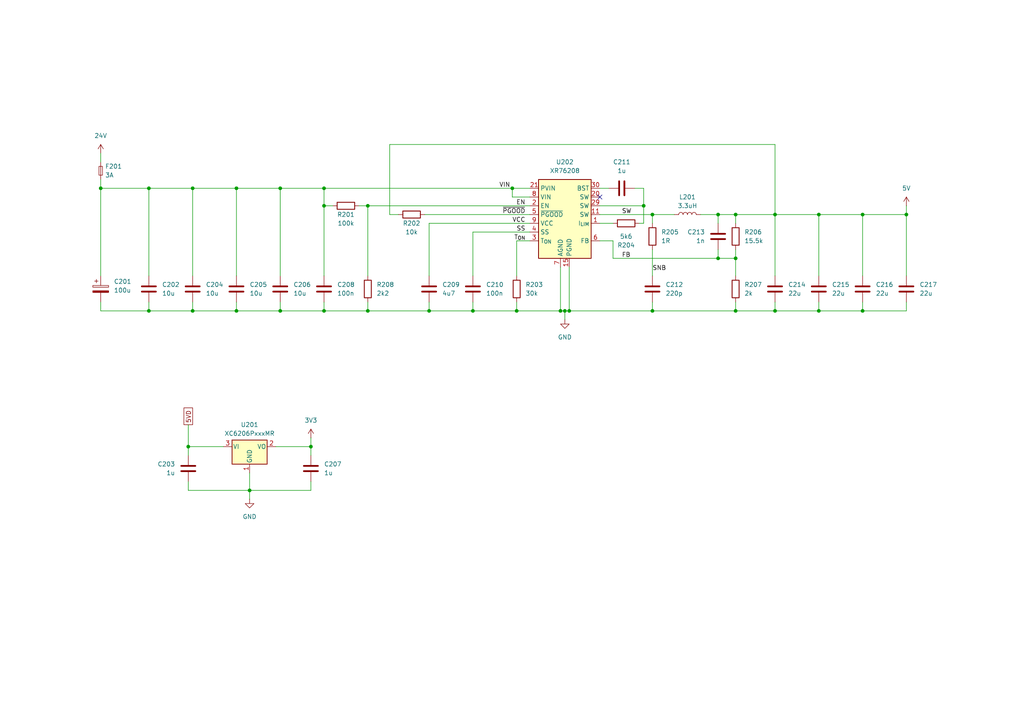
<source format=kicad_sch>
(kicad_sch (version 20250114) (generator "eeschema") (generator_version "9.0")
  (paper "A4")
  (lib_symbols
    (symbol "Device:C" (pin_numbers (hide yes)) (pin_names (offset 0.254))
      (property "Reference" "C" (at 0.635 2.54 0))
      (property "Value" "C" (at 0.635 -2.54 0))
      (symbol "C_0_1"
        (polyline (pts (xy -2.032 0.762) (xy 2.032 0.762)) (stroke (width 0.508)))
        (polyline (pts (xy -2.032 -0.762) (xy 2.032 -0.762)) (stroke (width 0.508)))
      )
      (symbol "C_1_1"
        (pin passive line (at 0 3.81 270) (length 2.794) (name "~") (number "1"))
        (pin passive line (at 0 -3.81 90) (length 2.794) (name "~") (number "2"))
      )
    )
    (symbol "Device:C_Polarized" (pin_numbers (hide yes)) (pin_names (offset 0.254))
      (property "Reference" "C" (at 0.635 2.54 0))
      (property "Value" "C_Polarized" (at 0.635 -2.54 0))
      (symbol "C_Polarized_0_1"
        (rectangle (start -2.286 0.508) (end 2.286 1.016))
        (polyline (pts (xy -1.778 2.286) (xy -0.762 2.286)))
        (polyline (pts (xy -1.27 2.794) (xy -1.27 1.778)))
        (rectangle (start 2.286 -0.508) (end -2.286 -1.016) (fill (type outline)))
      )
      (symbol "C_Polarized_1_1"
        (pin passive line (at 0 3.81 270) (length 2.794) (name "~") (number "1"))
        (pin passive line (at 0 -3.81 90) (length 2.794) (name "~") (number "2"))
      )
    )
    (symbol "Device:Fuse_Small" (pin_numbers (hide yes)) (pin_names (offset 0.254) (hide yes))
      (property "Reference" "F" (at 0 -1.524 0))
      (property "Value" "Fuse_Small" (at 0 1.524 0))
      (symbol "Fuse_Small_0_1"
        (rectangle (start -1.27 0.508) (end 1.27 -0.508))
        (polyline (pts (xy -1.27 0) (xy 1.27 0)))
      )
      (symbol "Fuse_Small_1_1"
        (pin passive line (at -2.54 0 0) (length 1.27) (name "~") (number "1"))
        (pin passive line (at 2.54 0 180) (length 1.27) (name "~") (number "2"))
      )
    )
    (symbol "Device:L" (pin_numbers (hide yes)) (pin_names (offset 1.016) (hide yes))
      (property "Reference" "L" (at -1.27 0 90))
      (property "Value" "L" (at 1.905 0 90))
      (symbol "L_0_1"
        (arc (start 0 2.54) (mid 0.6323 1.905) (end 0 1.27))
        (arc (start 0 1.27) (mid 0.6323 0.635) (end 0 0))
        (arc (start 0 0) (mid 0.6323 -0.635) (end 0 -1.27))
        (arc (start 0 -1.27) (mid 0.6323 -1.905) (end 0 -2.54))
      )
      (symbol "L_1_1"
        (pin passive line (at 0 3.81 270) (length 1.27) (name "1") (number "1"))
        (pin passive line (at 0 -3.81 90) (length 1.27) (name "2") (number "2"))
      )
    )
    (symbol "Device:R" (pin_numbers (hide yes)) (pin_names (offset 0))
      (property "Reference" "R" (at 2.032 0 90))
      (property "Value" "R" (at 0 0 90))
      (symbol "R_0_1"
        (rectangle (start -1.016 -2.54) (end 1.016 2.54) (stroke (width 0.254)))
      )
      (symbol "R_1_1"
        (pin passive line (at 0 3.81 270) (length 1.27) (name "~") (number "1"))
        (pin passive line (at 0 -3.81 90) (length 1.27) (name "~") (number "2"))
      )
    )
    (symbol "Regulator_Linear:XC6206PxxxMR" (pin_names (offset 0.254))
      (property "Reference" "U" (at -3.81 3.175 0))
      (property "Value" "XC6206PxxxMR" (at 0 3.175 0))
      (symbol "XC6206PxxxMR_0_1"
        (rectangle (start -5.08 1.905) (end 5.08 -5.08) (stroke (width 0.254)) (fill (type background)))
      )
      (symbol "XC6206PxxxMR_1_1"
        (pin power_in line (at -7.62 0 0) (length 2.54) (name "VI") (number "3"))
        (pin power_in line (at 0 -7.62 90) (length 2.54) (name "GND") (number "1"))
        (pin power_out line (at 7.62 0 180) (length 2.54) (name "VO") (number "2"))
      )
    )
    (symbol "power:+24V" (power) (pin_numbers (hide yes)) (pin_names (offset 0) (hide yes))
      (property "Value" "+24V" (at 0 3.556 0))
      (symbol "+24V_0_1"
        (polyline (pts (xy -0.762 1.27) (xy 0 2.54)))
        (polyline (pts (xy 0 2.54) (xy 0.762 1.27)))
        (polyline (pts (xy 0 0) (xy 0 2.54)))
      )
      (symbol "+24V_1_1"
        (pin power_in line (at 0 0 90) (length 0) (name "~") (number "1"))
      )
    )
    (symbol "power:+3.3V" (power) (pin_numbers (hide yes)) (pin_names (offset 0) (hide yes))
      (property "Value" "+3.3V" (at 0 3.556 0))
      (symbol "+3.3V_0_1"
        (polyline (pts (xy -0.762 1.27) (xy 0 2.54)))
        (polyline (pts (xy 0 2.54) (xy 0.762 1.27)))
        (polyline (pts (xy 0 0) (xy 0 2.54)))
      )
      (symbol "+3.3V_1_1"
        (pin power_in line (at 0 0 90) (length 0) (name "~") (number "1"))
      )
    )
    (symbol "power:GND" (power) (pin_numbers (hide yes)) (pin_names (offset 0) (hide yes))
      (property "Value" "GND" (at 0 -3.81 0))
      (symbol "GND_0_1"
        (polyline (pts (xy 0 0) (xy 0 -1.27) (xy 1.27 -1.27) (xy 0 -2.54) (xy -1.27 -1.27) (xy 0 -1.27)))
      )
      (symbol "GND_1_1"
        (pin power_in line (at 0 0 270) (length 0) (name "~") (number "1"))
      )
    )
    (symbol "project:XR76208"
      (property "Reference" "U" (at 0 15.24 0))
      (property "Value" "XR76208" (at 0 12.7 0))
      (symbol "XR76208_1_1"
        (rectangle (start -7.62 11.43) (end 7.62 -11.43) (stroke (width 0.254)) (fill (type background)))
        (pin power_in line (at -10.16 8.89 0) (length 2.54) (name "PVIN") (number "21"))
        (pin passive line (at -10.16 8.89 0) (length 2.54) (hide yes) (name "PVIN") (number "22"))
        (pin passive line (at -10.16 8.89 0) (length 2.54) (hide yes) (name "PVIN") (number "23"))
        (pin passive line (at -10.16 8.89 0) (length 2.54) (hide yes) (name "PVIN") (number "24"))
        (pin passive line (at -10.16 8.89 0) (length 2.54) (hide yes) (name "PVIN") (number "25"))
        (pin passive line (at -10.16 8.89 0) (length 2.54) (hide yes) (name "PVIN") (number "26"))
        (pin passive line (at -10.16 8.89 0) (length 2.54) (hide yes) (name "PVIN") (number "27"))
        (pin passive line (at -10.16 8.89 0) (length 2.54) (hide yes) (name "PVIN") (number "28"))
        (pin power_in line (at -10.16 6.35 0) (length 2.54) (name "VIN") (number "8"))
        (pin passive line (at -10.16 3.81 0) (length 2.54) (name "EN") (number "2"))
        (pin passive line (at -10.16 1.27 0) (length 2.54) (name "~{PGOOD}") (number "5"))
        (pin passive line (at -10.16 -1.27 0) (length 2.54) (name "VCC") (number "9"))
        (pin passive line (at -10.16 -3.81 0) (length 2.54) (name "SS") (number "4"))
        (pin passive line (at -10.16 -6.35 0) (length 2.54) (name "T_{ON}") (number "3"))
        (pin passive line (at -1.27 -13.97 90) (length 2.54) (hide yes) (name "AGND") (number "10"))
        (pin passive line (at -1.27 -13.97 90) (length 2.54) (hide yes) (name "AGND") (number "31"))
        (pin passive line (at -1.27 -13.97 90) (length 2.54) (name "AGND") (number "7"))
        (pin passive line (at 1.27 -13.97 90) (length 2.54) (name "PGND") (number "15"))
        (pin passive line (at 1.27 -13.97 90) (length 2.54) (hide yes) (name "PGND") (number "16"))
        (pin passive line (at 1.27 -13.97 90) (length 2.54) (hide yes) (name "PGND") (number "17"))
        (pin passive line (at 1.27 -13.97 90) (length 2.54) (hide yes) (name "PGND") (number "18"))
        (pin passive line (at 1.27 -13.97 90) (length 2.54) (hide yes) (name "PGND") (number "19"))
        (pin passive line (at 10.16 8.89 180) (length 2.54) (name "BST") (number "30"))
        (pin passive line (at 10.16 6.35 180) (length 2.54) (name "SW") (number "20"))
        (pin power_out line (at 10.16 3.81 180) (length 2.54) (name "SW") (number "29"))
        (pin passive line (at 10.16 1.27 180) (length 2.54) (name "SW") (number "11"))
        (pin passive line (at 10.16 1.27 180) (length 2.54) (hide yes) (name "SW") (number "12"))
        (pin passive line (at 10.16 1.27 180) (length 2.54) (hide yes) (name "SW") (number "13"))
        (pin passive line (at 10.16 1.27 180) (length 2.54) (hide yes) (name "SW") (number "14"))
        (pin passive line (at 10.16 -1.27 180) (length 2.54) (name "I_{LIM}") (number "1"))
        (pin passive line (at 10.16 -6.35 180) (length 2.54) (name "FB") (number "6"))
      )
    )
  )
  (junction (at 106.68 59.69))
  (junction (at 54.61 129.54))
  (junction (at 68.58 54.61))
  (junction (at 90.17 129.54))
  (junction (at 68.58 90.17))
  (junction (at 137.16 90.17))
  (junction (at 250.19 62.23))
  (junction (at 55.88 54.61))
  (junction (at 262.89 62.23))
  (junction (at 55.88 90.17))
  (junction (at 149.86 90.17))
  (junction (at 237.49 90.17))
  (junction (at 124.46 90.17))
  (junction (at 224.79 90.17))
  (junction (at 43.18 54.61))
  (junction (at 224.79 62.23))
  (junction (at 186.69 59.69))
  (junction (at 93.98 54.61))
  (junction (at 81.28 90.17))
  (junction (at 81.28 54.61))
  (junction (at 213.36 74.93))
  (junction (at 93.98 90.17))
  (junction (at 237.49 62.23))
  (junction (at 43.18 90.17))
  (junction (at 106.68 90.17))
  (junction (at 29.21 54.61))
  (junction (at 148.59 54.61))
  (junction (at 72.39 142.24))
  (junction (at 162.56 90.17))
  (junction (at 250.19 90.17))
  (junction (at 93.98 59.69))
  (junction (at 163.83 90.17))
  (junction (at 189.23 90.17))
  (junction (at 165.1 90.17))
  (junction (at 208.28 74.93))
  (junction (at 213.36 90.17))
  (junction (at 208.28 62.23))
  (junction (at 213.36 62.23))
  (junction (at 189.23 62.23))
  (no_connect (at 173.99 57.15))
  (wire (pts (xy 29.21 90.17) (xy 43.18 90.17)))
  (wire (pts (xy 137.16 67.31) (xy 153.67 67.31)))
  (wire (pts (xy 250.19 62.23) (xy 237.49 62.23)))
  (wire (pts (xy 80.01 129.54) (xy 90.17 129.54)))
  (wire (pts (xy 189.23 90.17) (xy 213.36 90.17)))
  (wire (pts (xy 106.68 87.63) (xy 106.68 90.17)))
  (wire (pts (xy 208.28 62.23) (xy 213.36 62.23)))
  (wire (pts (xy 123.19 62.23) (xy 153.67 62.23)))
  (wire (pts (xy 224.79 90.17) (xy 237.49 90.17)))
  (wire (pts (xy 72.39 142.24) (xy 90.17 142.24)))
  (wire (pts (xy 54.61 123.19) (xy 54.61 129.54)))
  (wire (pts (xy 68.58 54.61) (xy 68.58 80.01)))
  (wire (pts (xy 163.83 90.17) (xy 165.1 90.17)))
  (wire (pts (xy 189.23 72.39) (xy 189.23 80.01)))
  (wire (pts (xy 203.2 62.23) (xy 208.28 62.23)))
  (wire (pts (xy 104.14 59.69) (xy 106.68 59.69)))
  (wire (pts (xy 208.28 74.93) (xy 213.36 74.93)))
  (wire (pts (xy 29.21 54.61) (xy 43.18 54.61)))
  (wire (pts (xy 162.56 77.47) (xy 162.56 90.17)))
  (wire (pts (xy 43.18 54.61) (xy 43.18 80.01)))
  (wire (pts (xy 54.61 139.7) (xy 54.61 142.24)))
  (wire (pts (xy 189.23 87.63) (xy 189.23 90.17)))
  (wire (pts (xy 262.89 59.69) (xy 262.89 62.23)))
  (wire (pts (xy 173.99 62.23) (xy 189.23 62.23)))
  (wire (pts (xy 55.88 80.01) (xy 55.88 54.61)))
  (wire (pts (xy 29.21 44.45) (xy 29.21 46.99)))
  (wire (pts (xy 72.39 142.24) (xy 72.39 144.78)))
  (wire (pts (xy 68.58 87.63) (xy 68.58 90.17)))
  (wire (pts (xy 189.23 62.23) (xy 189.23 64.77)))
  (wire (pts (xy 93.98 90.17) (xy 106.68 90.17)))
  (wire (pts (xy 250.19 87.63) (xy 250.19 90.17)))
  (wire (pts (xy 43.18 90.17) (xy 55.88 90.17)))
  (wire (pts (xy 237.49 87.63) (xy 237.49 90.17)))
  (wire (pts (xy 149.86 69.85) (xy 149.86 80.01)))
  (wire (pts (xy 262.89 62.23) (xy 250.19 62.23)))
  (wire (pts (xy 43.18 87.63) (xy 43.18 90.17)))
  (wire (pts (xy 124.46 87.63) (xy 124.46 90.17)))
  (wire (pts (xy 250.19 80.01) (xy 250.19 62.23)))
  (wire (pts (xy 29.21 87.63) (xy 29.21 90.17)))
  (wire (pts (xy 262.89 87.63) (xy 262.89 90.17)))
  (wire (pts (xy 213.36 90.17) (xy 224.79 90.17)))
  (wire (pts (xy 149.86 69.85) (xy 153.67 69.85)))
  (wire (pts (xy 55.88 87.63) (xy 55.88 90.17)))
  (wire (pts (xy 90.17 127) (xy 90.17 129.54)))
  (wire (pts (xy 237.49 62.23) (xy 224.79 62.23)))
  (wire (pts (xy 165.1 77.47) (xy 165.1 90.17)))
  (wire (pts (xy 186.69 54.61) (xy 186.69 59.69)))
  (wire (pts (xy 208.28 62.23) (xy 208.28 64.77)))
  (wire (pts (xy 29.21 52.07) (xy 29.21 54.61)))
  (wire (pts (xy 148.59 57.15) (xy 153.67 57.15)))
  (wire (pts (xy 93.98 54.61) (xy 93.98 59.69)))
  (wire (pts (xy 208.28 72.39) (xy 208.28 74.93)))
  (wire (pts (xy 262.89 90.17) (xy 250.19 90.17)))
  (wire (pts (xy 93.98 87.63) (xy 93.98 90.17)))
  (wire (pts (xy 68.58 54.61) (xy 81.28 54.61)))
  (wire (pts (xy 54.61 142.24) (xy 72.39 142.24)))
  (wire (pts (xy 177.8 74.93) (xy 177.8 69.85)))
  (wire (pts (xy 81.28 54.61) (xy 81.28 80.01)))
  (wire (pts (xy 184.15 54.61) (xy 186.69 54.61)))
  (wire (pts (xy 177.8 74.93) (xy 208.28 74.93)))
  (wire (pts (xy 213.36 62.23) (xy 224.79 62.23)))
  (wire (pts (xy 224.79 62.23) (xy 224.79 80.01)))
  (wire (pts (xy 124.46 64.77) (xy 153.67 64.77)))
  (wire (pts (xy 54.61 129.54) (xy 54.61 132.08)))
  (wire (pts (xy 29.21 80.01) (xy 29.21 54.61)))
  (wire (pts (xy 137.16 90.17) (xy 149.86 90.17)))
  (wire (pts (xy 237.49 80.01) (xy 237.49 62.23)))
  (wire (pts (xy 81.28 54.61) (xy 93.98 54.61)))
  (wire (pts (xy 124.46 90.17) (xy 137.16 90.17)))
  (wire (pts (xy 213.36 62.23) (xy 213.36 64.77)))
  (wire (pts (xy 43.18 54.61) (xy 55.88 54.61)))
  (wire (pts (xy 124.46 80.01) (xy 124.46 64.77)))
  (wire (pts (xy 137.16 87.63) (xy 137.16 90.17)))
  (wire (pts (xy 93.98 80.01) (xy 93.98 59.69)))
  (wire (pts (xy 148.59 57.15) (xy 148.59 54.61)))
  (wire (pts (xy 237.49 90.17) (xy 250.19 90.17)))
  (wire (pts (xy 81.28 87.63) (xy 81.28 90.17)))
  (wire (pts (xy 113.03 62.23) (xy 113.03 41.91)))
  (wire (pts (xy 90.17 142.24) (xy 90.17 139.7)))
  (wire (pts (xy 93.98 54.61) (xy 148.59 54.61)))
  (wire (pts (xy 113.03 41.91) (xy 224.79 41.91)))
  (wire (pts (xy 262.89 80.01) (xy 262.89 62.23)))
  (wire (pts (xy 162.56 90.17) (xy 163.83 90.17)))
  (wire (pts (xy 106.68 90.17) (xy 124.46 90.17)))
  (wire (pts (xy 96.52 59.69) (xy 93.98 59.69)))
  (wire (pts (xy 224.79 41.91) (xy 224.79 62.23)))
  (wire (pts (xy 177.8 69.85) (xy 173.99 69.85)))
  (wire (pts (xy 55.88 54.61) (xy 68.58 54.61)))
  (wire (pts (xy 213.36 87.63) (xy 213.36 90.17)))
  (wire (pts (xy 189.23 62.23) (xy 195.58 62.23)))
  (wire (pts (xy 55.88 90.17) (xy 68.58 90.17)))
  (wire (pts (xy 173.99 59.69) (xy 186.69 59.69)))
  (wire (pts (xy 81.28 90.17) (xy 93.98 90.17)))
  (wire (pts (xy 54.61 129.54) (xy 64.77 129.54)))
  (wire (pts (xy 213.36 74.93) (xy 213.36 80.01)))
  (wire (pts (xy 149.86 90.17) (xy 162.56 90.17)))
  (wire (pts (xy 185.42 64.77) (xy 186.69 64.77)))
  (wire (pts (xy 68.58 90.17) (xy 81.28 90.17)))
  (wire (pts (xy 115.57 62.23) (xy 113.03 62.23)))
  (wire (pts (xy 163.83 90.17) (xy 163.83 92.71)))
  (wire (pts (xy 137.16 80.01) (xy 137.16 67.31)))
  (wire (pts (xy 106.68 59.69) (xy 106.68 80.01)))
  (wire (pts (xy 224.79 90.17) (xy 224.79 87.63)))
  (wire (pts (xy 148.59 54.61) (xy 153.67 54.61)))
  (wire (pts (xy 165.1 90.17) (xy 189.23 90.17)))
  (wire (pts (xy 173.99 64.77) (xy 177.8 64.77)))
  (wire (pts (xy 213.36 72.39) (xy 213.36 74.93)))
  (wire (pts (xy 149.86 87.63) (xy 149.86 90.17)))
  (wire (pts (xy 90.17 132.08) (xy 90.17 129.54)))
  (wire (pts (xy 173.99 54.61) (xy 176.53 54.61)))
  (wire (pts (xy 186.69 64.77) (xy 186.69 59.69)))
  (wire (pts (xy 106.68 59.69) (xy 153.67 59.69)))
  (wire (pts (xy 72.39 137.16) (xy 72.39 142.24)))
  (label "FB" (at 180.34 74.93 0))
  (label "~{PGOOD}" (at 152.4 62.23 180))
  (label "SW" (at 180.34 62.23 0))
  (label "VCC" (at 152.4 64.77 180))
  (label "VIN" (at 144.78 54.61 0))
  (label "EN" (at 152.4 59.69 180))
  (label "SS" (at 152.4 67.31 180))
  (label "T_{ON}" (at 152.4 69.85 180))
  (label "SNB" (at 189.23 78.74 0))
  (global_label "5VD" (shape passive) (at 54.61 123.19 90) (property "Intersheetrefs" "${INTERSHEET_REFS}" (effects (hide yes))))
  (symbol (lib_id "Device:C") (at 68.58 83.82 0) (unit 1)
    (property "Reference" "C205" (at 72.39 82.5499 0) (effects (justify left)))
    (property "Value" "10u" (at 72.39 85.0899 0) (effects (justify left)))
    (property "Footprint" "Capacitor_SMD:C_1206_3216Metric" (effects (hide yes)))
    (property "Description" "Unpolarized capacitor" (effects (hide yes)))
    (property "Manufacturer Part #" "CL31A106KBHNNNE" (effects (hide yes)))
    (property "LCSC Part #" "C13585" (effects (hide yes)))
  )
  (symbol (lib_id "Device:R") (at 213.36 68.58 0) (unit 1)
    (property "Reference" "R206" (at 215.9 67.3099 0) (effects (justify left)))
    (property "Value" "15.5k" (at 215.9 69.8499 0) (effects (justify left)))
    (property "Footprint" "Resistor_SMD:R_0402_1005Metric" (effects (hide yes)))
    (property "Description" "Resistor" (effects (hide yes)))
  )
  (symbol (lib_id "Device:R") (at 106.68 83.82 0) (unit 1)
    (property "Reference" "R208" (at 109.22 82.5499 0) (effects (justify left)))
    (property "Value" "2k2" (at 109.22 85.0899 0) (effects (justify left)))
    (property "Footprint" "Resistor_SMD:R_0402_1005Metric" (effects (hide yes)))
    (property "Description" "Resistor" (effects (hide yes)))
  )
  (symbol (lib_id "Device:C") (at 55.88 83.82 0) (unit 1)
    (property "Reference" "C204" (at 59.69 82.5499 0) (effects (justify left)))
    (property "Value" "10u" (at 59.69 85.0899 0) (effects (justify left)))
    (property "Footprint" "Capacitor_SMD:C_1206_3216Metric" (effects (hide yes)))
    (property "Description" "Unpolarized capacitor" (effects (hide yes)))
    (property "Manufacturer Part #" "CL31A106KBHNNNE" (effects (hide yes)))
    (property "LCSC Part #" "C13585" (effects (hide yes)))
  )
  (symbol (lib_id "power:+24V") (at 29.21 44.45 0) (unit 1)
    (property "Reference" "#PWR0201" (effects (hide yes)))
    (property "Value" "24V" (at 29.21 39.37 0))
    (property "Description" "Power symbol creates a global label with name \"+24V\"" (effects (hide yes)))
  )
  (symbol (lib_id "Device:C") (at 224.79 83.82 0) (unit 1)
    (property "Reference" "C214" (at 228.6 82.5499 0) (effects (justify left)))
    (property "Value" "22u" (at 228.6 85.0899 0) (effects (justify left)))
    (property "Footprint" "Capacitor_SMD:C_1206_3216Metric" (effects (hide yes)))
    (property "Description" "Unpolarized capacitor" (effects (hide yes)))
  )
  (symbol (lib_id "Device:C") (at 81.28 83.82 0) (unit 1)
    (property "Reference" "C206" (at 85.09 82.5499 0) (effects (justify left)))
    (property "Value" "10u" (at 85.09 85.0899 0) (effects (justify left)))
    (property "Footprint" "Capacitor_SMD:C_1206_3216Metric" (effects (hide yes)))
    (property "Description" "Unpolarized capacitor" (effects (hide yes)))
    (property "Manufacturer Part #" "CL31A106KBHNNNE" (effects (hide yes)))
    (property "LCSC Part #" "C13585" (effects (hide yes)))
  )
  (symbol (lib_id "Device:R") (at 181.61 64.77 270) (unit 1)
    (property "Reference" "R204" (at 181.61 71.12 90))
    (property "Value" "5k6" (at 181.61 68.58 90))
    (property "Footprint" "Resistor_SMD:R_0402_1005Metric" (effects (hide yes)))
    (property "Description" "Resistor" (effects (hide yes)))
  )
  (symbol (lib_id "Device:C_Polarized") (at 29.21 83.82 0) (unit 1)
    (property "Reference" "C201" (at 33.02 81.6609 0) (effects (justify left)))
    (property "Value" "100u" (at 33.02 84.2009 0) (effects (justify left)))
    (property "Footprint" "Capacitor_SMD:CP_Elec_6.3x7.7" (effects (hide yes)))
    (property "Description" "Polarized capacitor" (effects (hide yes)))
    (property "Manufacturer Part #" "RVT1H101M0607" (effects (hide yes)))
    (property "LCSC Part #" "C3151829" (effects (hide yes)))
  )
  (symbol (lib_id "power:GND") (at 72.39 144.78 0) (unit 1)
    (property "Reference" "#PWR0202" (effects (hide yes)))
    (property "Value" "GND" (at 72.39 149.86 0))
    (property "Description" "Power symbol creates a global label with name \"GND\" , ground" (effects (hide yes)))
  )
  (symbol (lib_id "Device:R") (at 213.36 83.82 0) (unit 1)
    (property "Reference" "R207" (at 215.9 82.5499 0) (effects (justify left)))
    (property "Value" "2k" (at 215.9 85.0899 0) (effects (justify left)))
    (property "Footprint" "Resistor_SMD:R_0402_1005Metric" (effects (hide yes)))
    (property "Description" "Resistor" (effects (hide yes)))
  )
  (symbol (lib_id "Device:C") (at 54.61 135.89 0) (mirror x) (unit 1)
    (property "Reference" "C203" (at 50.8 134.6199 0) (effects (justify right)))
    (property "Value" "1u" (at 50.8 137.1599 0) (effects (justify right)))
    (property "Footprint" "Capacitor_SMD:C_0402_1005Metric" (effects (hide yes)))
    (property "Description" "Unpolarized capacitor" (effects (hide yes)))
  )
  (symbol (lib_id "Device:R") (at 119.38 62.23 90) (mirror x) (unit 1)
    (property "Reference" "R202" (at 119.38 64.77 90))
    (property "Value" "10k" (at 119.38 67.31 90))
    (property "Footprint" "Resistor_SMD:R_0402_1005Metric" (effects (hide yes)))
    (property "Description" "Resistor" (effects (hide yes)))
  )
  (symbol (lib_id "Device:C") (at 93.98 83.82 0) (unit 1)
    (property "Reference" "C208" (at 97.79 82.5499 0) (effects (justify left)))
    (property "Value" "100n" (at 97.79 85.0899 0) (effects (justify left)))
    (property "Footprint" "Capacitor_SMD:C_0402_1005Metric" (effects (hide yes)))
    (property "Description" "Unpolarized capacitor" (effects (hide yes)))
  )
  (symbol (lib_id "power:+3.3V") (at 90.17 127 0) (unit 1)
    (property "Reference" "#PWR0203" (effects (hide yes)))
    (property "Value" "3V3" (at 90.17 121.92 0))
    (property "Description" "Power symbol creates a global label with name \"+3.3V\"" (effects (hide yes)))
  )
  (symbol (lib_id "Device:R") (at 149.86 83.82 0) (unit 1)
    (property "Reference" "R203" (at 152.4 82.5499 0) (effects (justify left)))
    (property "Value" "30k" (at 152.4 85.0899 0) (effects (justify left)))
    (property "Footprint" "Resistor_SMD:R_0402_1005Metric" (effects (hide yes)))
    (property "Description" "Resistor" (effects (hide yes)))
  )
  (symbol (lib_id "Device:C") (at 43.18 83.82 0) (unit 1)
    (property "Reference" "C202" (at 46.99 82.5499 0) (effects (justify left)))
    (property "Value" "10u" (at 46.99 85.0899 0) (effects (justify left)))
    (property "Footprint" "Capacitor_SMD:C_1206_3216Metric" (effects (hide yes)))
    (property "Description" "Unpolarized capacitor" (effects (hide yes)))
    (property "Manufacturer Part #" "CL31A106KBHNNNE" (effects (hide yes)))
    (property "LCSC Part #" "C13585" (effects (hide yes)))
  )
  (symbol (lib_id "Device:R") (at 189.23 68.58 0) (unit 1)
    (property "Reference" "R205" (at 191.77 67.3099 0) (effects (justify left)))
    (property "Value" "1R" (at 191.77 69.8499 0) (effects (justify left)))
    (property "Footprint" "Resistor_SMD:R_0603_1608Metric" (effects (hide yes)))
    (property "Description" "Resistor" (effects (hide yes)))
  )
  (symbol (lib_id "Device:C") (at 250.19 83.82 0) (unit 1)
    (property "Reference" "C216" (at 254 82.5499 0) (effects (justify left)))
    (property "Value" "22u" (at 254 85.0899 0) (effects (justify left)))
    (property "Footprint" "Capacitor_SMD:C_1206_3216Metric" (effects (hide yes)))
    (property "Description" "Unpolarized capacitor" (effects (hide yes)))
  )
  (symbol (lib_id "power:GND") (at 163.83 92.71 0) (unit 1)
    (property "Reference" "#PWR0204" (effects (hide yes)))
    (property "Value" "GND" (at 163.83 97.79 0))
    (property "Description" "Power symbol creates a global label with name \"GND\" , ground" (effects (hide yes)))
  )
  (symbol (lib_id "Device:L") (at 199.39 62.23 90) (unit 1)
    (property "Reference" "L201" (at 199.39 57.15 90))
    (property "Value" "3.3uH" (at 199.39 59.69 90))
    (property "Footprint" "Inductor_SMD:L_APV_APH1050" (effects (hide yes)))
    (property "Description" "Inductor" (effects (hide yes)))
    (property "Manufacturer Part #" "MDA1050-3R3M" (effects (hide yes)))
    (property "LCSC Part #" "C2847560" (effects (hide yes)))
  )
  (symbol (lib_id "project:XR76208") (at 163.83 63.5 0) (unit 1)
    (property "Reference" "U202" (at 163.83 46.99 0))
    (property "Value" "XR76208" (at 163.83 49.53 0))
    (property "Footprint" "project:IC_XR76203ELTR-F" (effects (hide yes)))
  )
  (symbol (lib_id "Device:C") (at 208.28 68.58 0) (mirror y) (unit 1)
    (property "Reference" "C213" (at 204.47 67.3099 0) (effects (justify left)))
    (property "Value" "1n" (at 204.47 69.8499 0) (effects (justify left)))
    (property "Footprint" "Capacitor_SMD:C_0402_1005Metric" (effects (hide yes)))
    (property "Description" "Unpolarized capacitor" (effects (hide yes)))
  )
  (symbol (lib_id "Device:Fuse_Small") (at 29.21 49.53 90) (unit 1)
    (property "Reference" "F201" (at 30.48 48.2599 90) (effects (justify right)))
    (property "Value" "3A" (at 30.48 50.7999 90) (effects (justify right)))
    (property "Footprint" "Fuse:Fuse_1206_3216Metric_Pad1.42x1.75mm_HandSolder" (effects (hide yes)))
    (property "Description" "Fuse, small symbol" (effects (hide yes)))
  )
  (symbol (lib_id "Device:C") (at 137.16 83.82 0) (unit 1)
    (property "Reference" "C210" (at 140.97 82.5499 0) (effects (justify left)))
    (property "Value" "100n" (at 140.97 85.0899 0) (effects (justify left)))
    (property "Footprint" "Capacitor_SMD:C_0402_1005Metric" (effects (hide yes)))
    (property "Description" "Unpolarized capacitor" (effects (hide yes)))
  )
  (symbol (lib_id "Device:R") (at 100.33 59.69 90) (mirror x) (unit 1)
    (property "Reference" "R201" (at 100.33 62.23 90))
    (property "Value" "100k" (at 100.33 64.77 90))
    (property "Footprint" "Resistor_SMD:R_0402_1005Metric" (effects (hide yes)))
    (property "Description" "Resistor" (effects (hide yes)))
  )
  (symbol (lib_id "Device:C") (at 262.89 83.82 0) (unit 1)
    (property "Reference" "C217" (at 266.7 82.5499 0) (effects (justify left)))
    (property "Value" "22u" (at 266.7 85.0899 0) (effects (justify left)))
    (property "Footprint" "Capacitor_SMD:C_1206_3216Metric" (effects (hide yes)))
    (property "Description" "Unpolarized capacitor" (effects (hide yes)))
  )
  (symbol (lib_id "Device:C") (at 90.17 135.89 180) (unit 1)
    (property "Reference" "C207" (at 93.98 134.6199 0) (effects (justify right)))
    (property "Value" "1u" (at 93.98 137.1599 0) (effects (justify right)))
    (property "Footprint" "Capacitor_SMD:C_0402_1005Metric" (effects (hide yes)))
    (property "Description" "Unpolarized capacitor" (effects (hide yes)))
  )
  (symbol (lib_id "Device:C") (at 180.34 54.61 90) (unit 1)
    (property "Reference" "C211" (at 180.34 46.99 90))
    (property "Value" "1u" (at 180.34 49.53 90))
    (property "Footprint" "Capacitor_SMD:C_0402_1005Metric" (effects (hide yes)))
    (property "Description" "Unpolarized capacitor" (effects (hide yes)))
  )
  (symbol (lib_id "power:+3.3V") (at 262.89 59.69 0) (unit 1)
    (property "Reference" "#PWR0205" (effects (hide yes)))
    (property "Value" "5V" (at 262.89 54.61 0))
    (property "Description" "Power symbol creates a global label with name \"+3.3V\"" (effects (hide yes)))
  )
  (symbol (lib_id "Device:C") (at 237.49 83.82 0) (unit 1)
    (property "Reference" "C215" (at 241.3 82.5499 0) (effects (justify left)))
    (property "Value" "22u" (at 241.3 85.0899 0) (effects (justify left)))
    (property "Footprint" "Capacitor_SMD:C_1206_3216Metric" (effects (hide yes)))
    (property "Description" "Unpolarized capacitor" (effects (hide yes)))
  )
  (symbol (lib_id "Regulator_Linear:XC6206PxxxMR") (at 72.39 129.54 0) (unit 1)
    (property "Reference" "U201" (at 72.39 123.19 0))
    (property "Value" "XC6206PxxxMR" (at 72.39 125.73 0))
    (property "Footprint" "Package_TO_SOT_SMD:SOT-23-3" (effects (hide yes)))
    (property "Datasheet" "https://www.torexsemi.com/file/xc6206/XC6206.pdf" (effects (hide yes)))
    (property "Description" "Positive 60-250mA Low Dropout Regulator, Fixed Output, SOT-23" (effects (hide yes)))
  )
  (symbol (lib_id "Device:C") (at 124.46 83.82 0) (unit 1)
    (property "Reference" "C209" (at 128.27 82.5499 0) (effects (justify left)))
    (property "Value" "4u7" (at 128.27 85.0899 0) (effects (justify left)))
    (property "Footprint" "Capacitor_SMD:C_0402_1005Metric" (effects (hide yes)))
    (property "Description" "Unpolarized capacitor" (effects (hide yes)))
    (property "Manufacturer Part #" "CL05A475MP5NRNC" (effects (hide yes)))
    (property "LCSC Part #" "C23733" (effects (hide yes)))
  )
  (symbol (lib_id "Device:C") (at 189.23 83.82 0) (unit 1)
    (property "Reference" "C212" (at 193.04 82.5499 0) (effects (justify left)))
    (property "Value" "220p" (at 193.04 85.0899 0) (effects (justify left)))
    (property "Footprint" "Capacitor_SMD:C_0603_1608Metric" (effects (hide yes)))
    (property "Description" "Unpolarized capacitor" (effects (hide yes)))
  )
)
</source>
